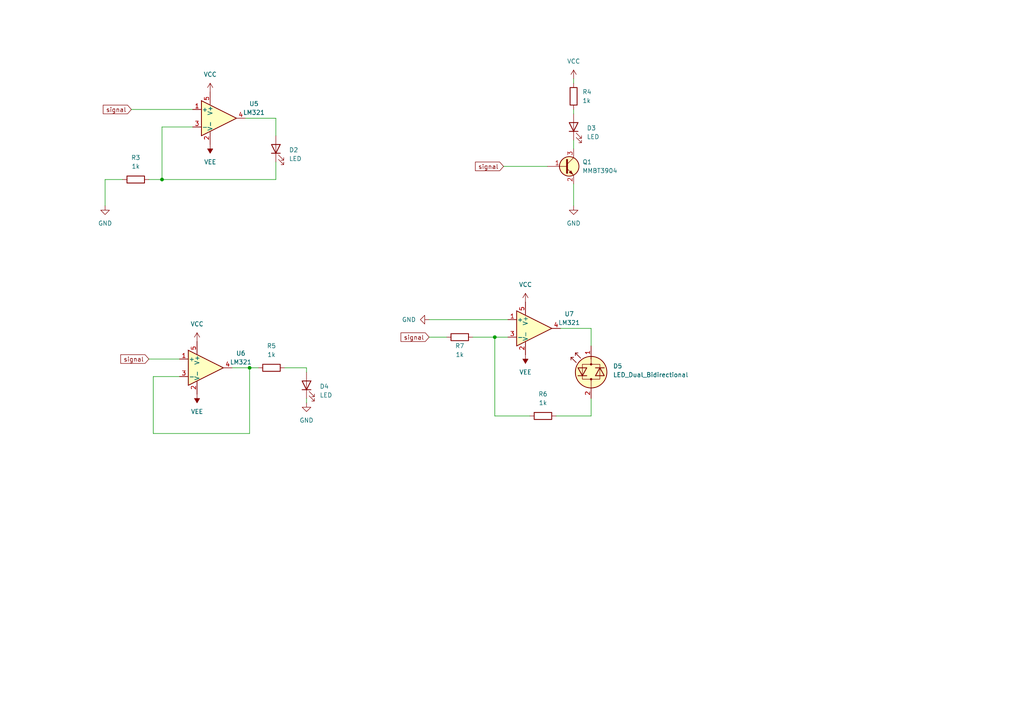
<source format=kicad_sch>
(kicad_sch (version 20230121) (generator eeschema)
  (paper "A4")
  (lib_symbols
    (symbol "Amplifier_Operational:LM321" (pin_names (offset 0.127))
      (property "Reference" "U" (at 0 7.62 0))
      (property "Value" "LM321" (at 0 5.08 0))
      (symbol "LM321_0_1"
        (polyline (pts (xy -5.08 5.08) (xy 5.08 0) (xy -5.08 -5.08) (xy -5.08 5.08)) (stroke (width 0.254)) (fill (type background)))
      )
      (symbol "LM321_1_1"
        (pin input line (at -7.62 2.54 0) (length 2.54) (name "+") (number "1"))
        (pin power_in line (at -2.54 -7.62 90) (length 3.81) (name "V-") (number "2"))
        (pin input line (at -7.62 -2.54 0) (length 2.54) (name "-") (number "3"))
        (pin output line (at 7.62 0 180) (length 2.54) (name "~") (number "4"))
        (pin power_in line (at -2.54 7.62 270) (length 3.81) (name "V+") (number "5"))
      )
    )
    (symbol "Device:LED" (pin_numbers hide) (pin_names (offset 1.016) hide)
      (property "Reference" "D" (at 0 2.54 0))
      (property "Value" "LED" (at 0 -2.54 0))
      (symbol "LED_0_1"
        (polyline (pts (xy -1.27 -1.27) (xy -1.27 1.27)) (stroke (width 0.254)))
        (polyline (pts (xy -1.27 0) (xy 1.27 0)))
        (polyline (pts (xy 1.27 -1.27) (xy 1.27 1.27) (xy -1.27 0) (xy 1.27 -1.27)) (stroke (width 0.254)))
        (polyline (pts (xy -3.048 -0.762) (xy -4.572 -2.286) (xy -3.81 -2.286) (xy -4.572 -2.286) (xy -4.572 -1.524)))
        (polyline (pts (xy -1.778 -0.762) (xy -3.302 -2.286) (xy -2.54 -2.286) (xy -3.302 -2.286) (xy -3.302 -1.524)))
      )
      (symbol "LED_1_1"
        (pin passive line (at -3.81 0 0) (length 2.54) (name "K") (number "1"))
        (pin passive line (at 3.81 0 180) (length 2.54) (name "A") (number "2"))
      )
    )
    (symbol "Device:LED_Dual_Bidirectional" (pin_names (offset 0) hide)
      (property "Reference" "D" (at 0 5.715 0))
      (property "Value" "LED_Dual_Bidirectional" (at 0 -6.35 0))
      (symbol "LED_Dual_Bidirectional_0_1"
        (circle (center -2.032 0) (radius 0.254) (fill (type outline)))
        (polyline (pts (xy -4.572 0) (xy -2.54 0)))
        (polyline (pts (xy -2.032 0) (xy -2.54 0)))
        (polyline (pts (xy -1.016 3.81) (xy -1.016 1.27)) (stroke (width 0.254)))
        (polyline (pts (xy 1.27 -1.27) (xy 1.27 -3.81)) (stroke (width 0.254)))
        (polyline (pts (xy 4.064 0) (xy 2.286 0)) (fill (type outline)))
        (polyline (pts (xy 4.318 5.842) (xy 4.318 5.08)) (stroke (width 0.2032)))
        (polyline (pts (xy 5.588 4.572) (xy 5.588 3.81)) (stroke (width 0.2032)))
        (polyline (pts (xy 2.794 4.318) (xy 4.318 5.842) (xy 3.556 5.842)) (stroke (width 0.2032)))
        (polyline (pts (xy 4.064 3.048) (xy 5.588 4.572) (xy 4.826 4.572)) (stroke (width 0.2032)))
        (polyline (pts (xy -1.016 -1.27) (xy -1.016 -3.81) (xy 1.27 -2.54) (xy -1.016 -1.27)) (stroke (width 0.254)))
        (polyline (pts (xy 1.27 3.81) (xy 1.27 1.27) (xy -1.016 2.54) (xy 1.27 3.81)) (stroke (width 0.254)))
        (polyline (pts (xy 2.286 2.54) (xy -2.032 2.54) (xy -2.032 -2.54) (xy 2.286 -2.54) (xy 2.286 2.54)))
        (circle (center 0 0) (radius 4.572) (stroke (width 0.254)) (fill (type background)))
        (circle (center 2.286 0) (radius 0.254) (fill (type outline)))
      )
      (symbol "LED_Dual_Bidirectional_1_1"
        (pin input line (at 7.62 0 180) (length 3.81) (name "KA") (number "1"))
        (pin input line (at -7.62 0 0) (length 3.048) (name "AK") (number "2"))
      )
    )
    (symbol "Device:R" (pin_numbers hide) (pin_names (offset 0))
      (property "Reference" "R" (at 2.032 0 90))
      (property "Value" "R" (at 0 0 90))
      (symbol "R_0_1"
        (rectangle (start -1.016 -2.54) (end 1.016 2.54) (stroke (width 0.254)))
      )
      (symbol "R_1_1"
        (pin passive line (at 0 3.81 270) (length 1.27) (name "~") (number "1"))
        (pin passive line (at 0 -3.81 90) (length 1.27) (name "~") (number "2"))
      )
    )
    (symbol "PCM_Transistor_BJT_AKL:MMBT3904" (pin_names hide)
      (property "Reference" "Q" (at 5.08 1.27 0))
      (property "Value" "MMBT3904" (at 5.08 -1.27 0))
      (symbol "MMBT3904_0_1"
        (polyline (pts (xy 0.635 0.635) (xy 2.54 2.54)))
        (polyline (pts (xy 0.635 -0.635) (xy 2.54 -2.54) (xy 2.54 -2.54)))
        (polyline (pts (xy 0.635 1.905) (xy 0.635 -1.905) (xy 0.635 -1.905)) (stroke (width 0.508)))
        (polyline (pts (xy 1.27 -1.778) (xy 1.778 -1.27) (xy 2.286 -2.286) (xy 1.27 -1.778) (xy 1.27 -1.778)) (fill (type outline)))
        (circle (center 1.27 0) (radius 2.8194) (stroke (width 0.254)) (fill (type background)))
      )
      (symbol "MMBT3904_1_1"
        (pin input line (at -5.08 0 0) (length 5.715) (name "B") (number "1"))
        (pin passive line (at 2.54 -5.08 90) (length 2.54) (name "E") (number "2"))
        (pin passive line (at 2.54 5.08 270) (length 2.54) (name "C") (number "3"))
      )
    )
    (symbol "power:GND" (power) (pin_names (offset 0))
      (property "Value" "GND" (at 0 -3.81 0))
      (symbol "GND_0_1"
        (polyline (pts (xy 0 0) (xy 0 -1.27) (xy 1.27 -1.27) (xy 0 -2.54) (xy -1.27 -1.27) (xy 0 -1.27)))
      )
      (symbol "GND_1_1"
        (pin power_in line (at 0 0 270) (length 0) hide (name "GND") (number "1"))
      )
    )
    (symbol "power:VCC" (power) (pin_names (offset 0))
      (property "Value" "VCC" (at 0 3.81 0))
      (symbol "VCC_0_1"
        (polyline (pts (xy -0.762 1.27) (xy 0 2.54)))
        (polyline (pts (xy 0 0) (xy 0 2.54)))
        (polyline (pts (xy 0 2.54) (xy 0.762 1.27)))
      )
      (symbol "VCC_1_1"
        (pin power_in line (at 0 0 90) (length 0) hide (name "VCC") (number "1"))
      )
    )
    (symbol "power:VEE" (power) (pin_names (offset 0))
      (property "Value" "VEE" (at 0 3.81 0))
      (symbol "VEE_0_1"
        (polyline (pts (xy 0 0) (xy 0 2.54)))
        (polyline (pts (xy 0.762 1.27) (xy -0.762 1.27) (xy 0 2.54) (xy 0.762 1.27)) (fill (type outline)))
      )
      (symbol "VEE_1_1"
        (pin power_in line (at 0 0 90) (length 0) hide (name "VEE") (number "1"))
      )
    )
  )
  (junction (at 46.99 52.07))
  (junction (at 143.51 97.79))
  (junction (at 72.39 106.68))
  (wire (pts (xy 153.67 120.65) (xy 143.51 120.65)))
  (wire (pts (xy 171.45 115.57) (xy 171.45 120.65)))
  (wire (pts (xy 143.51 120.65) (xy 143.51 97.79)))
  (wire (pts (xy 166.37 40.64) (xy 166.37 43.18)))
  (wire (pts (xy 166.37 53.34) (xy 166.37 59.69)))
  (wire (pts (xy 143.51 97.79) (xy 147.32 97.79)))
  (wire (pts (xy 30.48 52.07) (xy 35.56 52.07)))
  (wire (pts (xy 46.99 52.07) (xy 46.99 36.83)))
  (wire (pts (xy 124.46 92.71) (xy 147.32 92.71)))
  (wire (pts (xy 171.45 95.25) (xy 171.45 100.33)))
  (wire (pts (xy 38.1 31.75) (xy 55.88 31.75)))
  (wire (pts (xy 162.56 95.25) (xy 171.45 95.25)))
  (wire (pts (xy 43.18 104.14) (xy 52.07 104.14)))
  (wire (pts (xy 71.12 34.29) (xy 80.01 34.29)))
  (wire (pts (xy 80.01 34.29) (xy 80.01 39.37)))
  (wire (pts (xy 80.01 46.99) (xy 80.01 52.07)))
  (wire (pts (xy 72.39 106.68) (xy 72.39 125.73)))
  (wire (pts (xy 171.45 120.65) (xy 161.29 120.65)))
  (wire (pts (xy 82.55 106.68) (xy 88.9 106.68)))
  (wire (pts (xy 43.18 52.07) (xy 46.99 52.07)))
  (wire (pts (xy 67.31 106.68) (xy 72.39 106.68)))
  (wire (pts (xy 30.48 59.69) (xy 30.48 52.07)))
  (wire (pts (xy 44.45 125.73) (xy 72.39 125.73)))
  (wire (pts (xy 46.99 36.83) (xy 55.88 36.83)))
  (wire (pts (xy 52.07 109.22) (xy 44.45 109.22)))
  (wire (pts (xy 137.16 97.79) (xy 143.51 97.79)))
  (wire (pts (xy 44.45 109.22) (xy 44.45 125.73)))
  (wire (pts (xy 146.05 48.26) (xy 158.75 48.26)))
  (wire (pts (xy 88.9 116.84) (xy 88.9 115.57)))
  (wire (pts (xy 88.9 106.68) (xy 88.9 107.95)))
  (wire (pts (xy 46.99 52.07) (xy 80.01 52.07)))
  (wire (pts (xy 166.37 33.02) (xy 166.37 31.75)))
  (wire (pts (xy 124.46 97.79) (xy 129.54 97.79)))
  (wire (pts (xy 72.39 106.68) (xy 74.93 106.68)))
  (wire (pts (xy 166.37 22.86) (xy 166.37 24.13)))
  (global_label "signal" (shape input) (at 146.05 48.26 180) (property "Intersheetrefs" "${INTERSHEET_REFS}" (effects hide)))
  (global_label "signal" (shape input) (at 38.1 31.75 180) (property "Intersheetrefs" "${INTERSHEET_REFS}" (effects hide)))
  (global_label "signal" (shape input) (at 124.46 97.79 180) (property "Intersheetrefs" "${INTERSHEET_REFS}" (effects hide)))
  (global_label "signal" (shape input) (at 43.18 104.14 180) (property "Intersheetrefs" "${INTERSHEET_REFS}" (effects hide)))
  (symbol (lib_id "power:VEE") (at 60.96 41.91 180) (unit 1)
    (property "Reference" "#PWR02" (effects hide))
    (property "Value" "VEE" (at 60.96 46.99 0))
  )
  (symbol (lib_id "Amplifier_Operational:LM321") (at 63.5 34.29 0) (unit 1)
    (property "Reference" "U5" (at 73.66 30.0991 0))
    (property "Value" "LM321" (at 73.66 32.6391 0))
    (property "Footprint" "Package_TO_SOT_SMD:SOT-23-5" (effects hide))
    (property "Datasheet" "http://www.ti.com/lit/ds/symlink/lm321.pdf" (effects hide))
  )
  (symbol (lib_id "power:VEE") (at 152.4 102.87 180) (unit 1)
    (property "Reference" "#PWR014" (effects hide))
    (property "Value" "VEE" (at 152.4 107.95 0))
  )
  (symbol (lib_id "PCM_Transistor_BJT_AKL:MMBT3904") (at 163.83 48.26 0) (unit 1)
    (property "Reference" "Q1" (at 168.91 46.99 0) (effects (justify left)))
    (property "Value" "MMBT3904" (at 168.91 49.53 0) (effects (justify left)))
    (property "Footprint" "Package_TO_SOT_SMD_AKL:SOT-23" (effects hide))
    (property "Datasheet" "https://www.tme.eu/Document/12bff749841e3a356e683e9a8e7e4119/2N3904BU-DTE.pdf" (effects hide))
  )
  (symbol (lib_id "Device:LED") (at 166.37 36.83 90) (unit 1)
    (property "Reference" "D3" (at 170.18 37.1475 90) (effects (justify right)))
    (property "Value" "LED" (at 170.18 39.6875 90) (effects (justify right)))
  )
  (symbol (lib_id "power:VCC") (at 152.4 87.63 0) (unit 1)
    (property "Reference" "#PWR013" (effects hide))
    (property "Value" "VCC" (at 152.4 82.55 0))
  )
  (symbol (lib_id "power:VEE") (at 57.15 114.3 180) (unit 1)
    (property "Reference" "#PWR011" (effects hide))
    (property "Value" "VEE" (at 57.15 119.38 0))
  )
  (symbol (lib_id "Amplifier_Operational:LM321") (at 154.94 95.25 0) (unit 1)
    (property "Reference" "U7" (at 165.1 91.0591 0))
    (property "Value" "LM321" (at 165.1 93.5991 0))
    (property "Footprint" "Package_TO_SOT_SMD:SOT-23-5" (effects hide))
    (property "Datasheet" "http://www.ti.com/lit/ds/symlink/lm321.pdf" (effects hide))
  )
  (symbol (lib_id "power:VCC") (at 60.96 26.67 0) (unit 1)
    (property "Reference" "#PWR01" (effects hide))
    (property "Value" "VCC" (at 60.96 21.59 0))
  )
  (symbol (lib_id "power:GND") (at 88.9 116.84 0) (unit 1)
    (property "Reference" "#PWR012" (effects hide))
    (property "Value" "GND" (at 88.9 121.92 0))
  )
  (symbol (lib_id "power:VCC") (at 57.15 99.06 0) (unit 1)
    (property "Reference" "#PWR010" (effects hide))
    (property "Value" "VCC" (at 57.15 93.98 0))
  )
  (symbol (lib_id "Device:R") (at 39.37 52.07 270) (unit 1)
    (property "Reference" "R3" (at 39.37 45.72 90))
    (property "Value" "1k" (at 39.37 48.26 90))
  )
  (symbol (lib_id "Device:LED") (at 88.9 111.76 90) (unit 1)
    (property "Reference" "D4" (at 92.71 112.0775 90) (effects (justify right)))
    (property "Value" "LED" (at 92.71 114.6175 90) (effects (justify right)))
  )
  (symbol (lib_id "Device:R") (at 78.74 106.68 270) (unit 1)
    (property "Reference" "R5" (at 78.74 100.33 90))
    (property "Value" "1k" (at 78.74 102.87 90))
  )
  (symbol (lib_id "Device:LED") (at 80.01 43.18 90) (unit 1)
    (property "Reference" "D2" (at 83.82 43.4975 90) (effects (justify right)))
    (property "Value" "LED" (at 83.82 46.0375 90) (effects (justify right)))
  )
  (symbol (lib_id "power:GND") (at 166.37 59.69 0) (unit 1)
    (property "Reference" "#PWR08" (effects hide))
    (property "Value" "GND" (at 166.37 64.77 0))
  )
  (symbol (lib_id "power:GND") (at 124.46 92.71 270) (unit 1)
    (property "Reference" "#PWR015" (effects hide))
    (property "Value" "GND" (at 120.65 92.71 90) (effects (justify right)))
  )
  (symbol (lib_id "Device:R") (at 133.35 97.79 270) (unit 1)
    (property "Reference" "R7" (at 133.35 100.33 90))
    (property "Value" "1k" (at 133.35 102.87 90))
  )
  (symbol (lib_id "power:GND") (at 30.48 59.69 0) (unit 1)
    (property "Reference" "#PWR07" (effects hide))
    (property "Value" "GND" (at 30.48 64.77 0))
  )
  (symbol (lib_id "power:VCC") (at 166.37 22.86 0) (unit 1)
    (property "Reference" "#PWR09" (effects hide))
    (property "Value" "VCC" (at 166.37 17.78 0))
  )
  (symbol (lib_id "Device:LED_Dual_Bidirectional") (at 171.45 107.95 90) (unit 1)
    (property "Reference" "D5" (at 177.8 106.1847 90) (effects (justify right)))
    (property "Value" "LED_Dual_Bidirectional" (at 177.8 108.7247 90) (effects (justify right)))
  )
  (symbol (lib_id "Device:R") (at 157.48 120.65 270) (unit 1)
    (property "Reference" "R6" (at 157.48 114.3 90))
    (property "Value" "1k" (at 157.48 116.84 90))
  )
  (symbol (lib_id "Device:R") (at 166.37 27.94 0) (unit 1)
    (property "Reference" "R4" (at 168.91 26.67 0) (effects (justify left)))
    (property "Value" "1k" (at 168.91 29.21 0) (effects (justify left)))
  )
  (symbol (lib_id "Amplifier_Operational:LM321") (at 59.69 106.68 0) (unit 1)
    (property "Reference" "U6" (at 69.85 102.4891 0))
    (property "Value" "LM321" (at 69.85 105.0291 0))
    (property "Footprint" "Package_TO_SOT_SMD:SOT-23-5" (effects hide))
    (property "Datasheet" "http://www.ti.com/lit/ds/symlink/lm321.pdf" (effects hide))
  )
)
</source>
